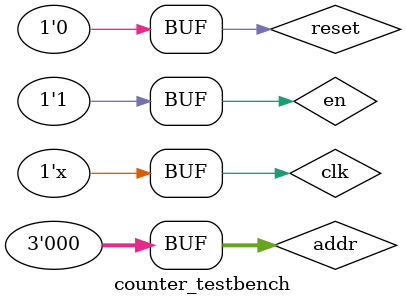
<source format=v>
module counter_testbench ( );

    /* Parameters */
    
    parameter COUNTER_WIDTH = 3;
    
    /* Variables */
    
    reg clk = 0, en = 1, reset = 0;
    
    wire [COUNTER_WIDTH - 1 : 0] addr = 0;  
    
    /* Behavioral */
    
    // Counter Instance
    counter #( .COUNTER_WIDTH(COUNTER_WIDTH))
    counter_inst (
        .clk(clk),
        .en(en),
        .reset(reset),
        .addr(addr)
    );  
    
    // Clock Generation
    always
        #5 clk = !clk;
        
    // Reset Generation
    initial begin
        #2 reset = 1;
        #2 reset = 0;
    end    


endmodule
</source>
